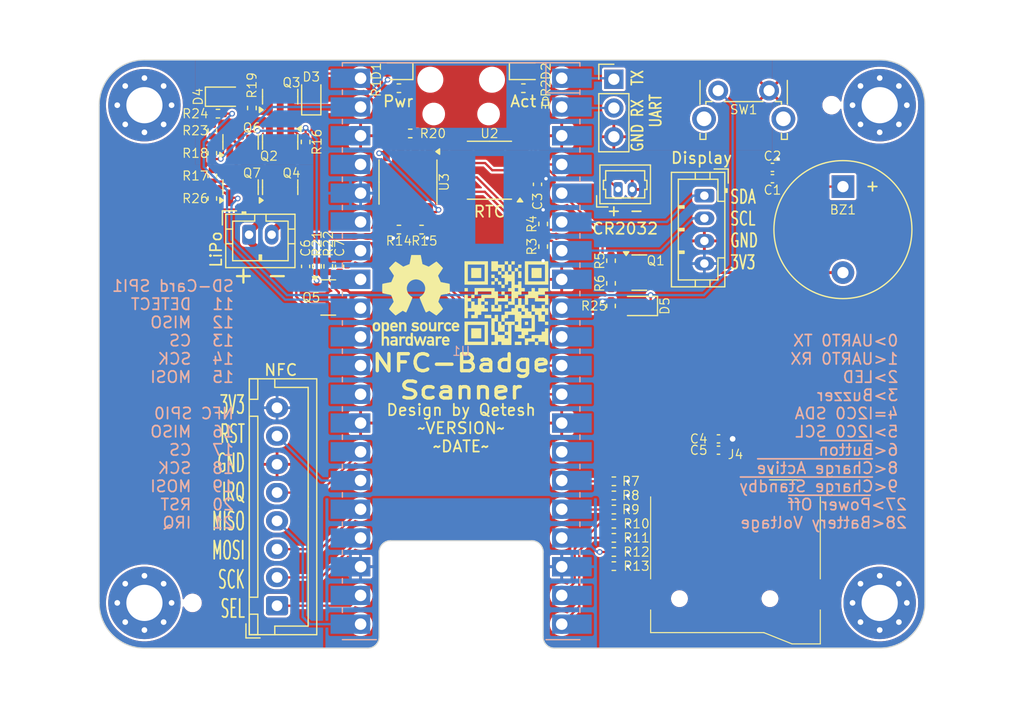
<source format=kicad_pcb>
(kicad_pcb (version 20240108) (generator "pcbnew") (generator_version "8.0")
  (title_block (title "NFC-Badge Scanner") (date "${DATE}") (rev "${VERSION}") (company "Qetesh"))
  (layers (0 "F.Cu" signal) (31 "B.Cu" signal) (34 "B.Paste" user) (35 "F.Paste" user) (36 "B.SilkS" user "B.Silkscreen") (37 "F.SilkS" user "F.Silkscreen") (38 "B.Mask" user) (39 "F.Mask" user) (44 "Edge.Cuts" user))
  (property "DATE" "~DATE~")
  (property "VERSION" "~VERSION~")
  (net 0 "")
  (net 1 "Net-(D1-K)")
  (net 2 "/RTC_VBAT")
  (net 3 "Net-(D2-K)")
  (net 4 "/LED")
  (net 5 "/Battery Management/Batt+")
  (net 6 "/Battery Management/Batt-")
  (net 7 "GND")
  (net 8 "/NFC_SCK")
  (net 9 "/NFC_MOSI")
  (net 10 "/NFC_MISO")
  (net 11 "/NFC_IRQ")
  (net 12 "/NFC_RST")
  (net 13 "+3V3")
  (net 14 "/SCL")
  (net 15 "/SDA")
  (net 16 "/Buzzer")
  (net 17 "VSYS")
  (net 19 "/SD_DET")
  (net 20 "/SD_CS")
  (net 22 "/SD_MISO")
  (net 23 "/SD_MOSI")
  (net 24 "/SD_SCK")
  (net 28 "/Battery Management/BattSwd")
  (net 29 "/SDCard/DAT2")
  (net 30 "/SDCard/DAT1")
  (net 31 "/UART0TX")
  (net 32 "/UART0RX")
  (net 33 "VBUS")
  (net 34 "/Battery Management/BattSw")
  (net 35 "/Battery Management/PROG")
  (net 36 "/~{ChargeActive}")
  (net 37 "/~{ChargeStdby}")
  (net 39 "/~{BattPwrOff}")
  (net 46 "/BZ-")
  (net 48 "/NFC_CS")
  (net 49 "/Battery Management/BattSwG")
  (net 50 "GNDA")
  (net 55 "Net-(D4-K)")
  (net 56 "/Battery Management/SW1")
  (net 57 "/BattVolt")
  (net 58 "Net-(Q1-G)")
  (net 59 "Net-(Q5-D)")
  (net 60 "/~{Button}")
  (footprint "Resistor_SMD:R_0402_1005Metric" (layer "F.Cu") (at 138.5 117.75 180)
    (property "Reference" "R12")
    (property "Value" "3k3")
  )
  (footprint "Resistor_SMD:R_0402_1005Metric" (layer "F.Cu") (at 103 80.5 90)
    (property "Reference" "R23")
    (property "Value" "10k")
  )
  (footprint "Resistor_SMD:R_0402_1005Metric" (layer "F.Cu") (at 138.25 96 -90)
    (property "Reference" "R25")
    (property "Value" "100k")
  )
  (footprint "Resistor_SMD:R_0402_1005Metric" (layer "F.Cu") (at 138.5 111.5 180)
    (property "Reference" "R7")
    (property "Value" "3k3")
  )
  (footprint "Button_Switch_THT:SW_Tactile_SPST_Angled_PTS645Vx58-2LFS" (layer "F.Cu") (at 147.725 76.9625)
    (property "Reference" "SW1")
    (property "Value" "Power")
  )
  (footprint "Resistor_SMD:R_0402_1005Metric" (layer "F.Cu") (at 103 86.5 90)
    (property "Reference" "R26")
    (property "Value" "100k")
  )
  (footprint "Capacitor_SMD:C_0402_1005Metric" (layer "F.Cu") (at 131.75 85.25 90)
    (property "Reference" "C3")
    (property "Value" "100n")
  )
  (footprint "Resistor_SMD:R_0402_1005Metric" (layer "F.Cu") (at 103 84.5 -90)
    (property "Reference" "R17")
    (property "Value" "1M")
  )
  (footprint "My_Footprints:qr_qete.sh-el_08" (layer "F.Cu") (at 129 95.75)
    (property "Reference" "G***" (hide yes))
    (property "Value" "LOGO" (hide yes))
  )
  (footprint "Package_TO_SOT_SMD:SOT-23" (layer "F.Cu") (at 105.5 81.5 90)
    (property "Reference" "Q6")
    (property "Value" "AO3400A")
  )
  (footprint "Symbol:OSHW-Logo_7.5x8mm_SilkScreen" (layer "F.Cu") (at 121 95.5)
    (property "Reference" "REF**" (hide yes))
    (property "Value" "OSHW-Logo_7.5x8mm_SilkScreen" (hide yes))
  )
  (footprint "Resistor_SMD:R_0402_1005Metric" (layer "F.Cu") (at 138.5 114 180)
    (property "Reference" "R9")
    (property "Value" "3k3")
  )
  (footprint "Package_SO:SOIC-8_3.9x4.9mm_P1.27mm" (layer "F.Cu") (at 127.5 84 180)
    (property "Reference" "U2")
    (property "Value" "DS3231MZ")
  )
  (footprint "Resistor_SMD:R_0402_1005Metric" (layer "F.Cu") (at 138.5 116.5 180)
    (property "Reference" "R11")
    (property "Value" "3k3")
  )
  (footprint "Package_TO_SOT_SMD:SOT-23" (layer "F.Cu") (at 109 77.5 90)
    (property "Reference" "Q3")
    (property "Value" "AO3401A")
  )
  (footprint "Connector_JST:JST_XH_B8B-XH-A_1x08_P2.50mm_Vertical" (layer "F.Cu") (at 108.725 122.5 90)
    (property "Reference" "J1" (hide yes))
    (property "Value" "NFC-Module")
  )
  (footprint "Package_TO_SOT_SMD:SOT-23" (layer "F.Cu") (at 109 81.5 -90)
    (property "Reference" "Q2")
    (property "Value" "AO3401A")
  )
  (footprint "Capacitor_SMD:C_0402_1005Metric" (layer "F.Cu") (at 152.52 84.75)
    (property "Reference" "C1")
    (property "Value" "100n")
  )
  (footprint "Diode_SMD:D_SOD-323" (layer "F.Cu") (at 111.75 77.5 90)
    (property "Reference" "D3")
    (property "Value" "1N5819WS")
  )
  (footprint "My_Footprints:JLCPCB_Tooling_Hole" (layer "F.Cu") (at 157.75 78.25)
    (property "Reference" "REF**" (hide yes))
    (property "Value" "JLCPCB_Tooling_Hole")
  )
  (footprint "Resistor_SMD:R_0402_1005Metric" (layer "F.Cu") (at 138.25 94 -90)
    (property "Reference" "R6")
    (property "Value" "100k")
  )
  (footprint "Resistor_SMD:R_0402_1005Metric" (layer "F.Cu") (at 103.5 79)
    (property "Reference" "R24")
    (property "Value" "10k")
  )
  (footprint "Connector_JST:JST_PH_B4B-PH-K_1x04_P2.00mm_Vertical" (layer "F.Cu") (at 146.5 86.25 -90)
    (property "Reference" "J3" (hide yes))
    (property "Value" "I2C")
  )
  (footprint "Capacitor_SMD:C_0402_1005Metric" (layer "F.Cu") (at 152.52 83.75)
    (property "Reference" "C2")
    (property "Value" "10u")
  )
  (footprint "Resistor_SMD:R_0402_1005Metric" (layer "F.Cu") (at 119.5 76.75 180)
    (property "Reference" "R1")
    (property "Value" "1k5")
  )
  (footprint "MountingHole:MountingHole_3.2mm_M3_Pad_Via" (layer "F.Cu") (at 97 78.25)
    (property "Reference" "REF**" (hide yes))
    (property "Value" "MountingHole_3.2mm_M3_Pad_Via")
  )
  (footprint "Package_SO:HSOP-8-1EP_3.9x4.9mm_P1.27mm_EP2.41x3.1mm" (layer "F.Cu") (at 120.3 85.05 -90)
    (property "Reference" "U3")
    (property "Value" "TP4056")
  )
  (footprint "Resistor_SMD:R_0402_1005Metric" (layer "F.Cu") (at 112.25 92.5 90)
    (property "Reference" "R21")
    (property "Value" "1M")
  )
  (footprint "Resistor_SMD:R_0402_1005Metric" (layer "F.Cu") (at 138.5 112.75 180)
    (property "Reference" "R8")
    (property "Value" "3k3")
  )
  (footprint "Connector_Molex:Molex_PicoBlade_53047-0210_1x02_P1.25mm_Vertical" (layer "F.Cu") (at 138.875 85.7)
    (property "Reference" "BT1" (hide yes))
    (property "Value" "Battery_Cell")
  )
  (footprint "MountingHole:MountingHole_3.2mm_M3_Pad_Via" (layer "F.Cu") (at 162 122.25)
    (property "Reference" "REF**" (hide yes))
    (property "Value" "MountingHole_3.2mm_M3_Pad_Via")
  )
  (footprint "LED_SMD:LED_0603_1608Metric" (layer "F.Cu") (at 119.25 75.25 180)
    (property "Reference" "D1")
    (property "Value" "Power")
  )
  (footprint "Resistor_SMD:R_0402_1005Metric" (layer "F.Cu") (at 132.25 90.75 -90)
    (property "Reference" "R3")
    (property "Value" "2k2")
  )
  (footprint "Resistor_SMD:R_0402_1005Metric" (layer "F.Cu") (at 106.5 78.5 90)
    (property "Reference" "R19")
    (property "Value" "100k")
  )
  (footprint "Diode_SMD:D_SOD-323" (layer "F.Cu") (at 104 77.5)
    (property "Reference" "D4")
    (property "Value" "MM3Z3V0")
  )
  (footprint "Connector_JST:JST_PH_B2B-PH-K_1x02_P2.00mm_Vertical" (layer "F.Cu") (at 106.25 89.7)
    (property "Reference" "BT2" (hide yes))
    (property "Value" "18650")
  )
  (footprint "Capacitor_SMD:C_0402_1005Metric" (layer "F.Cu") (at 114.25 92.5 -90)
    (property "Reference" "C7")
    (property "Value" "100n")
  )
  (footprint "Connector_PinHeader_2.54mm:PinHeader_1x03_P2.54mm_Vertical" (layer "F.Cu") (at 138.5 75.96)
    (property "Reference" "J2" (hide yes))
    (property "Value" "Serial")
  )
  (footprint "Resistor_SMD:R_0402_1005Metric" (layer "F.Cu") (at 138.25 92 90)
    (property "Reference" "R5")
    (property "Value" "100R")
  )
  (footprint "Resistor_SMD:R_0402_1005Metric" (layer "F.Cu") (at 138.5 119 180)
    (property "Reference" "R13")
    (property "Value" "3k3")
  )
  (footprint "Buzzer_Beeper:Buzzer_12x9.5RM7.6" (layer "F.Cu") (at 158.75 85.45 -90)
    (property "Reference" "BZ1")
    (property "Value" "Buzzer")
  )
  (footprint "Resistor_SMD:R_0402_1005Metric" (layer "F.Cu") (at 138.5 115.25 180)
    (property "Reference" "R10")
    (property "Value" "3k3")
  )
  (footprint "Resistor_SMD:R_0402_1005Metric" (layer "F.Cu") (at 132.25 88.75 90)
    (property "Reference" "R4")
    (property "Value" "2k2")
  )
  (footprint "Package_TO_SOT_SMD:SOT-23" (layer "F.Cu") (at 140.75 93.05)
    (property "Reference" "Q1")
    (property "Value" "AO3400A")
  )
  (footprint "My_Footprints:TF_PUSH_Micro-SD-Connector" (layer "F.Cu") (at 149.25 121.875)
    (property "Reference" "J4")
    (property "Value" "Micro_SD_Card_Det1")
  )
  (footprint "MountingHole:MountingHole_3.2mm_M3_Pad_Via" (layer "F.Cu") (at 97 122.25)
    (property "Reference" "REF**" (hide yes))
    (property "Value" "MountingHole_3.2mm_M3_Pad_Via")
  )
  (footprint "Resistor_SMD:R_0402_1005Metric" (layer "F.Cu") (at 119.5 89.25)
    (property "Reference" "R14")
    (property "Value" "10k")
  )
  (footprint "Resistor_SMD:R_0402_1005Metric" (layer "F.Cu") (at 120.5 80.75 180)
    (property "Reference" "R20")
    (property "Value" "2k")
  )
  (footprint "Resistor_SMD:R_0402_1005Metric" (layer "F.Cu") (at 130.5 76.75)
    (property "Reference" "R2")
    (property "Value" "680R")
  )
  (footprint "Resistor_SMD:R_0402_1005Metric" (layer "F.Cu") (at 111.25 81.5 90)
    (property "Reference" "R16")
    (property "Value" "1M")
  )
  (footprint "Capacitor_SMD:C_0402_1005Metric" (layer "F.Cu") (at 111.25 92.5 -90)
    (property "Reference" "C6")
    (property "Value" "10u")
  )
  (footprint "Package_TO_SOT_SMD:SOT-23" (layer "F.Cu") (at 105.5 85.5 90)
    (property "Reference" "Q7")
    (property "Value" "AO3401A")
  )
  (footprint "Capacitor_SMD:C_0402_1005Metric" (layer "F.Cu") (at 147.75 107.75)
    (property "Reference" "C4")
    (property "Value" "10u")
  )
  (footprint "Resistor_SMD:R_0402_1005Metric" (layer "F.Cu") (at 113.25 92.5 -90)
    (property "Reference" "R22")
    (property "Value" "1M")
  )
  (footprint "LED_SMD:LED_0603_1608Metric" (layer "F.Cu") (at 130.75 75.25)
    (property "Reference" "D2")
    (property "Value" "Activity")
  )
  (footprint "MountingHole:MountingHole_3.2mm_M3_Pad_Via" (layer "F.Cu") (at 162 78.25)
    (property "Reference" "REF**" (hide yes))
    (property "Value" "MountingHole_3.2mm_M3_Pad_Via")
  )
  (footprint "Package_TO_SOT_SMD:SOT-23" (layer "F.Cu") (at 113.25 95.25)
    (property "Reference" "Q5")
    (property "Value" "AO3401A")
  )
  (footprint "Package_TO_SOT_SMD:SOT-23" (layer "F.Cu") (at 109 85.5 90)
    (property "Reference" "Q4")
    (property "Value" "AO3400A")
  )
  (footprint "Resistor_SMD:R_0402_1005Metric" (layer "F.Cu") (at 121.5 89.25 180)
    (property "Reference" "R15")
    (property "Value" "10k")
  )
  (footprint "Diode_SMD:D_SOD-323" (layer "F.Cu") (at 140.75 96 180)
    (property "Reference" "D5")
    (property "Value" "1N5819WS")
  )
  (footprint "My_Footprints:JLCPCB_Tooling_Hole" (layer "F.Cu") (at 101.25 122.25)
    (property "Reference" "REF**" (hide yes))
    (property "Value" "JLCPCB_Tooling_Hole")
  )
  (footprint "Capacitor_SMD:C_0402_1005Metric" (layer "F.Cu") (at 147.75 108.75)
    (property "Reference" "C5")
    (property "Value" "100n")
  )
  (footprint "Resistor_SMD:R_0402_1005Metric" (layer "F.Cu") (at 103 82.5 90)
    (property "Reference" "R18")
    (property "Value" "100k")
  )
  (footprint "Badge-Scanner:RPi_PicoW_SMD_TH_NoSilkscreenText" (layer "B.Cu") (at 125 100 180)
    (property "Reference" "U1")
    (property "Value" "Pico W")
  )
  (gr_rect (start 132.2 77.775) (end 132.7 78.275) (stroke (width 0.1)) (fill none) (layer "F.SilkS"))
  (gr_arc (start 132.2 77.775) (mid 132.45 77.525) (end 132.7 77.775) (stroke (width 0.1)) (layer "F.SilkS"))
  (gr_line (start 132.45 78.275) (end 132.45 78.525) (stroke (width 0.1)) (layer "F.SilkS"))
  (gr_line (start 132.125 77.975) (end 132.125 78.525) (stroke (width 0.1)) (layer "F.SilkS"))
  (gr_line (start 132.775 77.975) (end 132.775 78.525) (stroke (width 0.1)) (layer "F.SilkS"))
  (gr_line (start 97 74.25) (end 162 74.25) (stroke (width 0.1)) (layer "Edge.Cuts"))
  (gr_arc (start 93 78.25) (mid 94.171573 75.421573) (end 97 74.25) (stroke (width 0.1)) (layer "Edge.Cuts"))
  (gr_arc (start 131.25 116.75) (mid 131.957107 117.042893) (end 132.25 117.75) (stroke (width 0.1)) (layer "Edge.Cuts"))
  (gr_arc (start 166 122.25) (mid 164.828427 125.078427) (end 162 126.25) (stroke (width 0.1)) (layer "Edge.Cuts"))
  (gr_line (start 93 78.25) (end 93 122.25) (stroke (width 0.1)) (layer "Edge.Cuts"))
  (gr_line (start 132.25 125.25) (end 132.25 117.75) (stroke (width 0.1)) (layer "Edge.Cuts"))
  (gr_line (start 166 122.25) (end 166 78.25) (stroke (width 0.1)) (layer "Edge.Cuts"))
  (gr_line (start 131.25 116.75) (end 118.75 116.75) (stroke (width 0.1)) (layer "Edge.Cuts"))
  (gr_arc (start 97 126.25) (mid 94.171573 125.078427) (end 93 122.25) (stroke (width 0.1)) (layer "Edge.Cuts"))
  (gr_arc (start 162 74.25) (mid 164.828427 75.421573) (end 166 78.25) (stroke (width 0.1)) (layer "Edge.Cuts"))
  (gr_line (start 97 126.25) (end 116.75 126.25) (stroke (width 0.1)) (layer "Edge.Cuts"))
  (gr_arc (start 117.75 125.25) (mid 117.457107 125.957107) (end 116.75 126.25) (stroke (width 0.1)) (layer "Edge.Cuts"))
  (gr_line (start 117.75 117.75) (end 117.75 125.25) (stroke (width 0.1)) (layer "Edge.Cuts"))
  (gr_arc (start 117.75 117.75) (mid 118.042893 117.042893) (end 118.75 116.75) (stroke (width 0.1)) (layer "Edge.Cuts"))
  (gr_arc (start 133.25 126.25) (mid 132.542893 125.957107) (end 132.25 125.25) (stroke (width 0.1)) (layer "Edge.Cuts"))
  (gr_line (start 133.25 126.25) (end 162 126.25) (stroke (width 0.1)) (layer "Edge.Cuts"))
  (gr_text " 0>UART0 TX\n 1<UART0 RX\n 2>LED\n 3>Buzzer\n 4=I2C0 SDA\n 5>I2C0 SCL\n 6<~{Button}\n 8<~{Charge Active}\n 9<~{Charge Standby}\n27>~{Power Off}\n28<Battery Voltage	" (at 164.5 115.75 0) (layer "B.SilkS") (effects (font (size 1 1)) (justify left bottom mirror)))
  (gr_text "SD-Card SPI1\n11	DETECT\n12	MISO\n13	CS\n14	SCK\n15	MOSI\n\nNFC SPI0\n16	MISO\n17	CS\n18	SCK\n19	MOSI\n20	RST\n21	IRQ" (at 105 115.75 0) (layer "B.SilkS") (effects (font (size 1 1)) (justify left bottom mirror)))
  (gr_text "Display" (at 146.25 83.5 0) (layer "F.SilkS") (effects (font (size 1 1)) (justify bottom)))
  (gr_text "Pwr" (at 118 78.5 0) (layer "F.SilkS") (effects (font (size 1 1)) (justify left bottom)))
  (gr_text "RTC" (at 127.5 88.25 0) (layer "F.SilkS") (effects (font (size 1 1)) (justify bottom)))
  (gr_text "SDA\nSCL\nGND\n3V3" (at 148.7 89.25 0) (layer "F.SilkS") (effects (font (size 1.2 0.8)) (justify left)))
  (gr_text "NFC" (at 107.5 102.25 0) (layer "F.SilkS") (effects (font (size 1 1)) (justify left bottom)))
  (gr_text "3V3\nRST\nGND\nIRQ\nMISO\nMOSI\nSCK\nSEL" (at 105.975 113.75 0) (layer "F.SilkS") (effects (font (size 1.6 0.8)) (justify right)))
  (gr_text "+ -" (at 107.25 93.25 0) (layer "F.SilkS") (effects (font (size 1.5 1.5) (thickness 0.2))))
  (gr_text "Design by Qetesh\n${VERSION}\n${DATE}" (at 125 109 0) (layer "F.SilkS") (effects (font (size 1 1)) (justify bottom)))
  (gr_text "Act" (at 129.25 78.5 0) (layer "F.SilkS") (effects (font (size 1 1)) (justify left bottom)))
  (gr_text "+ -\nCR2032" (at 139.5 89.75 0) (layer "F.SilkS") (effects (font (size 1 1)) (justify bottom)))
  (gr_text "GND RX  TX\nUART\n" (at 140 78.75 90) (layer "F.SilkS") (effects (font (size 1 0.8)) (justify top)))
  (gr_text "LiPo" (at 102.75 91 90) (layer "F.SilkS") (effects (font (size 1 1)) (justify top)))
  (gr_text "NFC-Badge\nScanner" (at 125 102.25 0) (layer "F.SilkS") (effects (font (size 1.5 1.8) (thickness 0.3) (bold yes))))
  (segment (start 120.01 76.75) (end 120.01 75.2775) (width 0.2) (layer "F.Cu") (net 1))
  (segment (start 120.01 75.2775) (end 120.0375 75.25) (width 0.2) (layer "F.Cu") (net 1))
  (segment (start 127.115 83.365) (end 127.75 84) (width 0.2) (layer "F.Cu") (net 2))
  (segment (start 132.773654 84) (end 133.653654 84.88) (width 0.2) (layer "F.Cu") (net 2))
  (segment (start 127.75 84) (end 132.773654 84) (width 0.2) (layer "F.Cu") (net 2))
  (segment (start 133.653654 84.88) (end 138.055 84.88) (width 0.2) (layer "F.Cu") (net 2))
  (segment (start 138.055 84.88) (end 138.875 85.7) (width 0.2) (layer "F.Cu") (net 2))
  (segment (start 125.025 83.365) (end 127.115 83.365) (width 0.2) (layer "F.Cu") (net 2))
  (segment (start 129.99 76.75) (end 129.99 75.2775) (width 0.2) (layer "F.Cu") (net 3))
  (segment (start 129.99 75.2775) (end 129.9625 75.25) (width 0.2) (layer "F.Cu") (net 3))
  (segment (start 131.58 75.2925) (end 131.58 82.33) (width 0.2) (layer "F.Cu") (net 4))
  (segment (start 131.5375 75.25) (end 131.58 75.2925) (width 0.2) (layer "F.Cu") (net 4))
  (segment (start 131.58 82.33) (end 132.74 83.49) (width 0.2) (layer "F.Cu") (net 4))
  (segment (start 132.74 83.49) (end 133.89 83.49) (width 0.2) (layer "F.Cu") (net 4))
  (segment (start 108.28 91.075) (end 107.075 91.075) (width 0.6) (layer "F.Cu") (net 5))
  (segment (start 115.56 89.84) (end 111.25 89.84) (width 0.6) (layer "F.Cu") (net 5))
  (segment (start 108.05 86.75) (end 108.05 86.4375) (width 0.4) (layer "F.Cu") (net 5))
  (segment (start 111.25 89.84) (end 109.95 89.84) (width 0.6) (layer "F.Cu") (net 5))
  (segment (start 105.4125 87.475) (end 106.45 86.4375) (width 0.2) (layer "F.Cu") (net 5))
  (segment (start 111.25 82.01) (end 111.25 82.5) (width 0.2) (layer "F.Cu") (net 5))
  (segment (start 115.56 89.84) (end 116.73 89.84) (width 0.44) (layer "F.Cu") (net 5))
  (segment (start 103.1 87.01) (end 103.565 87.475) (width 0.2) (layer "F.Cu") (net 5))
  (segment (start 103.565 87.475) (end 105.4125 87.475) (width 0.2) (layer "F.Cu") (net 5))
  (segment (start 106.25 89.5) (end 108.05 87.7) (width 0.6) (layer "F.Cu") (net 5))
  (segment (start 110.425 95.175) (end 110.425 92.845) (width 0.2) (layer "F.Cu") (net 5))
  (segment (start 116.73 89.84) (end 116.74 89.85) (width 0.44) (layer "F.Cu") (net 5))
  (segment (start 111.25 82.5) (end 110.25 83.5) (width 0.2) (layer "F.Cu") (net 5))
  (segment (start 108.715 91.075) (end 108.28 91.075) (width 0.6) (layer "F.Cu") (net 5))
  (segment (start 107.075 91.075) (end 106.25 90.25) (width 0.6) (layer "F.Cu") (net 5))
  (segment (start 108.05 86.4375) (end 106.45 86.4375) (width 0.2) (layer "F.Cu") (net 5))
  (segment (start 106.25 90.25) (end 106.25 89.5) (width 0.6) (layer "F.Cu") (net 5))
  (segment (start 112.3125 96.2) (end 111.45 96.2) (width 0.2) (layer "F.Cu") (net 5))
  (segment (start 111.45 96.2) (end 110.425 95.175) (width 0.2) (layer "F.Cu") (net 5))
  (segment (start 108.05 83.5) (end 108.05 80.5625) (width 0.6) (layer "F.Cu") (net 5))
  (segment (start 116.74 89.85) (end 117.15 89.85) (width 0.6) (layer "F.Cu") (net 5))
  (segment (start 118.395 88.605) (end 118.395 87.7) (width 0.6) (layer "F.Cu") (net 5))
  (segment (start 108.05 86.4375) (end 108.05 83.5) (width 0.6) (layer "F.Cu") (net 5))
  (segment (start 108.05 87.7) (end 108.05 86.75) (width 0.6) (layer "F.Cu") (net 5))
  (segment (start 110.25 83.5) (end 108.05 83.5) (width 0.2) (layer "F.Cu") (net 5))
  (segment (start 109.95 89.84) (end 108.715 91.075) (width 0.6) (layer "F.Cu") (net 5))
  (segment (start 117.15 89.85) (end 118.395 88.605) (width 0.6) (layer "F.Cu") (net 5))
  (segment (start 110.425 92.845) (end 111.25 92.02) (width 0.2) (layer "F.Cu") (net 5))
  (segment (start 111.25 92.02) (end 111.25 89.84) (width 0.2) (layer "F.Cu") (net 5))
  (segment (start 109 84.5625) (end 109 88.75) (width 0.6) (layer "F.Cu") (net 6))
  (segment (start 109 88.75) (end 108.25 89.5) (width 0.6) (layer "F.Cu") (net 6))
  (segment (start 108.25 89.5) (end 108.25 89.7) (width 0.6) (layer "F.Cu") (net 6))
  (segment (start 112.62 120) (end 116.11 116.51) (width 0.2) (layer "F.Cu") (net 8))
  (segment (start 108.725 120) (end 112.62 120) (width 0.2) (layer "F.Cu") (net 8))
  (segment (start 108.725 117.5) (end 112.58 117.5) (width 0.2) (layer "F.Cu") (net 9))
  (segment (start 112.58 117.5) (end 116.11 113.97) (width 0.2) (layer "F.Cu") (net 9))
  (segment (start 111.63 124.13) (end 116.11 124.13) (width 0.2) (layer "B.Cu") (net 10))
  (segment (start 111 123.5) (end 111.63 124.13) (width 0.2) (layer "B.Cu") (net 10))
  (segment (start 108.725 115) (end 111 117.275) (width 0.2) (layer "B.Cu") (net 10))
  (segment (start 111 117.275) (end 111 123.5) (width 0.2) (layer "B.Cu") (net 10))
  (segment (start 108.725 112.5) (end 112.5 112.5) (width 0.2) (layer "F.Cu") (net 11))
  (segment (start 112.5 112.5) (end 116.11 108.89) (width 0.2) (layer "F.Cu") (net 11))
  (segment (start 108.725 107.5) (end 112.655 111.43) (width 0.2) (layer "B.Cu") (net 12))
  (segment (start 112.655 111.43) (end 116.11 111.43) (width 0.2) (layer "B.Cu") (net 12))
  (segment (start 122.01 89.99) (end 122.01 89.25) (width 0.2) (layer "F.Cu") (net 13))
  (segment (start 119 90) (end 118.99 89.99) (width 0.2) (layer "F.Cu") (net 13))
  (segment (start 118.99 89.99) (end 118.99 89.25) (width 0.2) (layer "F.Cu") (net 13))
  (segment (start 153 83.02) (end 153.02 83) (width 0.25) (layer "F.Cu") (net 13))
  (segment (start 139.01 119) (end 139.75 119) (width 0.2) (layer "F.Cu") (net 13))
  (segment (start 122 90) (end 122.01 89.99) (width 0.2) (layer "F.Cu") (net 13))
  (segment (start 132.25 88.24) (end 132.25 87.5) (width 0.2) (layer "F.Cu") (net 13))
  (segment (start 158.75 85.45) (end 153.7 85.45) (width 0.2) (layer "F.Cu") (net 13))
  (segment (start 139.01 117.75) (end 139.75 117.75) (width 0.2) (layer "F.Cu") (net 13))
  (segment (start 132.25 91.26) (end 132.25 92) (width 0.2) (layer "F.Cu") (net 13))
  (segment (start 148.23 108.75) (end 148.23 107.75) (width 0.5) (layer "F.Cu") (net 13))
  (segment (start 139.01 114) (end 139.75 114) (width 0.2) (layer "F.Cu") (net 13))
  (segment (start 139.01 116.5) (end 139.75 116.5) (width 0.2) (layer "F.Cu") (net 13))
  (segment (start 137.5 95.59) (end 137.6 95.49) (width 0.2) (layer "F.Cu") (net 13))
  (segment (start 148.2 108.78) (end 148.23 108.75) (width 0.5) (layer "F.Cu") (net 13))
  (segment (start 132.48 84.77) (end 132.5 84.75) (width 0.25) (layer "F.Cu") (net 13))
  (segment (start 131.75 84.77) (end 132.48 84.77) (width 0.25) (layer "F.Cu") (net 13))
  (segment (start 137.6 95.49) (end 138.25 95.49) (width 0.2) (layer "F.Cu") (net 13))
  (segment (start 139.01 115.25) (end 139.75 115.25) (width 0.2) (layer "F.Cu") (net 13))
  (segment (start 153 83.75) (end 153 83.02) (width 0.25) (layer "F.Cu") (net 13))
  (segment (start 148.23 107.75) (end 149 107.75) (width 0.5) (layer "F.Cu") (net 13))
  (segment (start 130.11 84.77) (end 129.975 84.635) (width 0.25) (layer "F.Cu") (net 13))
  (segment (start 139.01 111.5) (end 139.75 111.5) (width 0.2) (layer "F.Cu") (net 13))
  (segment (start 153 84.75) (end 153 83.75) (width 0.25) (layer "F.Cu") (net 13))
  (segment (start 131.75 84.77) (end 130.11 84.77) (width 0.25) (layer "F.Cu") (net 13))
  (segment (start 148.2 110.875) (end 148.2 108.78) (width 0.5) (layer "F.Cu") (net 13))
  (segment (start 139.01 112.75) (end 139.75 112.75) (width 0.2) (layer "F.Cu") (net 13))
  (segment (start 153.7 85.45) (end 153 84.75) (width 0.2) (layer "F.Cu") (net 13))
  (via (at 139.75 117.75) (size 0.5) (drill 0.3) (layers "F.Cu" "B.Cu") (net 13))
  (via (at 153.02 83) (size 0.5) (drill 0.3) (layers "F.Cu" "B.Cu") (net 13))
  (via (at 139.75 112.75) (size 0.5) (drill 0.3) (layers "F.Cu" "B.Cu") (net 13))
  (via (at 132.25 87.5) (size 0.5) (drill 0.3) (layers "F.Cu" "B.Cu") (net 13))
  (via (at 137.5 95.59) (size 0.5) (drill 0.3) (layers "F.Cu" "B.Cu") (net 13))
  (via (at 139.75 119) (size 0.5) (drill 0.3) (layers "F.Cu" "B.Cu") (net 13))
  (via (at 149 107.75) (size 0.8) (drill 0.5) (layers "F.Cu" "B.Cu") (net 13))
  (via (at 139.75 115.25) (size 0.5) (drill 0.3) (layers "F.Cu" "B.Cu") (net 13))
  (via (at 139.75 111.5) (size 0.5) (drill 0.3) (layers "F.Cu" "B.Cu") (net 13))
  (via (at 122 90) (size 0.5) (drill 0.3) (layers "F.Cu" "B.Cu") (net 13))
  (via (at 139.75 114) (size 0.5) (drill 0.3) (layers "F.Cu" "B.Cu") (net 13))
  (via (at 139.75 116.5) (size 0.5) (drill 0.3) (layers "F.Cu" "B.Cu") (net 13))
  (via (at 132.25 92) (size 0.5) (drill 0.3) (layers "F.Cu" "B.Cu") (net 13))
  (via (at 119 90) (size 0.5) (drill 0.3) (layers "F.Cu" "B.Cu") (net 13))
  (via (at 132.5 84.75) (size 0.5) (drill 0.3) (layers "F.Cu" "B.Cu") (net 13))
  (segment (start 132.25 90.24) (end 133.02 90.24) (width 0.2) (layer "F.Cu") (net 14))
  (segment (start 125.025 85.905) (end 127.089314 85.905) (width 0.2) (layer "F.Cu") (net 14))
  (segment (start 133.02 90.24) (end 133.89 91.11) (width 0.2) (layer "F.Cu") (net 14))
  (segment (start 131.424314 90.24) (end 132.25 90.24) (width 0.2) (layer "F.Cu") (net 14))
  (segment (start 127.089314 85.905) (end 131.424314 90.24) (width 0.2) (layer "F.Cu") (net 14))
  (segment (start 133.89 91.11) (end 142.64 91.11) (width 0.2) (layer "B.Cu") (net 14))
  (segment (start 145.5 88.25) (end 146.5 88.25) (width 0.2) (layer "B.Cu") (net 14))
  (segment (start 142.64 91.11) (end 145.5 88.25) (width 0.2) (layer "B.Cu") (net 14))
  (segment (start 131.01 89.26) (end 126.385 84.635) (width 0.2) (layer "F.Cu") (net 15))
  (segment (start 132.25 89.26) (end 131.01 89.26) (width 0.2) (layer "F.Cu") (net 15))
  (segment (start 132.25 89.26) (end 133.2 89.26) (width 0.2) (layer "F.Cu") (net 15))
  (segment (start 126.385 84.635) (end 125.025 84.635) (width 0.2) (layer "F.Cu") (net 15))
  (segment (start 133.2 89.26) (end 133.89 88.57) (width 0.2) (layer "F.Cu") (net 15))
  (segment (start 145.5 86.25) (end 146.5 86.25) (width 0.2) (layer "B.Cu") (net 15))
  (segment (start 143.18 88.57) (end 145.5 86.25) (width 0.2) (layer "B.Cu") (net 15))
  (segment (start 133.89 88.57) (end 143.18 88.57) (width 0.2) (layer "B.Cu") (net 15))
  (segment (start 137.5 92.25) (end 137.5 89.64) (width 0.2) (layer "F.Cu") (net 16))
  (segment (start 138.25 92.51) (end 137.76 92.51) (width 0.2) (layer "F.Cu") (net 16))
  (segment (start 137.5 89.64) (end 133.89 86.03) (width 0.2) (layer "F.Cu") (net 16))
  (segment (start 138.25 93.49) (end 138.25 92.51) (width 0.2) (layer "F.Cu") (net 16))
  (segment (start 137.76 92.51) (end 137.5 92.25) (width 0.2) (layer "F.Cu") (net 16))
  (segment (start 103.74 83.01) (end 103.75 83) (width 0.2) (layer "F.Cu") (net 17))
  (segment (start 109.9625 78.45) (end 116.07 78.45) (width 0.6) (layer "F.Cu") (net 17))
  (segment (start 118.4625 75.25) (end 118.4625 75.9625) (width 0.2) (layer "F.Cu") (net 17))
  (segment (start 118.4625 75.9625) (end 118.5 76) (width 0.2) (layer "F.Cu") (net 17))
  (segment (start 103 83.01) (end 103.74 83.01) (width 0.2) (layer "F.Cu") (net 17))
  (segment (start 116.07 78.45) (end 116.11 78.41) (width 0.6) (layer "F.Cu") (net 17))
  (segment (start 103 83.01) (end 103 83.99) (width 0.2) (layer "F.Cu") (net 17))
  (segment (start 109.95 78.4375) (end 109.9625 78.45) (width 0.6) (layer "F.Cu") (net 17))
  (via (at 118.5 76) (size 0.5) (drill 0.3) (layers "F.Cu" "B.Cu") (net 17))
  (via (at 103.75 83) (size 0.5) (drill 0.3) (layers "F.Cu" "B.Cu") (net 17))
  (segment (start 108.34 78.41) (end 116.11 78.41) (width 0.2) (layer "B.Cu") (net 17))
  (segment (start 103.75 83) (end 108.34 78.41) (width 0.2) (layer "B.Cu") (net 17))
  (segment (start 118.5 76) (end 118.5 76.02) (width 0.2) (layer "B.Cu") (net 17))
  (segment (start 118.5 76.02) (end 116.11 78.41) (width 0.2) (layer "B.Cu") (net 17))
  (segment (start 140.037706 112.12) (end 140.842706 112.925) (width 0.2) (layer "F.Cu") (net 19))
  (segment (start 137.99 111.5) (end 133.96 111.5) (width 0.2) (layer "F.Cu") (net 19))
  (segment (start 133.96 111.5) (end 133.89 111.43) (width 0.2) (layer "F.Cu") (net 19))
  (segment (start 142.157294 112.925) (end 142.7 112.382294) (width 0.2) (layer "F.Cu") (net 19))
  (segment (start 142.7 112.382294) (end 142.7 110.875) (width 0.2) (layer "F.Cu") (net 19))
  (segment (start 140.842706 112.925) (end 142.157294 112.925) (width 0.2) (layer "F.Cu") (net 19))
  (segment (start 137.99 111.5) (end 138.61 112.12) (width 0.2) (layer "F.Cu") (net 19))
  (segment (start 138.61 112.12) (end 140.037706 112.12) (width 0.2) (layer "F.Cu") (net 19))
  (segment (start 144.314314 118.37) (end 150.4 112.284314) (width 0.2) (layer "F.Cu") (net 20))
  (segment (start 137.99 117.75) (end 138.61 118.37) (width 0.2) (layer "F.Cu") (net 20))
  (segment (start 150.4 112.284314) (end 150.4 110.875) (width 0.2) (layer "F.Cu") (net 20))
  (segment (start 137.99 117.75) (end 137.25 117.75) (width 0.2) (layer "F.Cu") (net 20))
  (segment (start 138.61 118.37) (end 144.314314 118.37) (width 0.2) (layer "F.Cu") (net 20))
  (via (at 137.25 117.75) (size 0.5) (drill 0.3) (layers "F.Cu" "B.Cu") (net 20))
  (segment (start 135.76 116.51) (end 133.89 116.51) (width 0.2) (layer "B.Cu") (net 20))
  (segment (start 137.25 117.75) (end 137 117.75) (width 0.2) (layer "B.Cu") (net 20))
  (segment (start 137 117.75) (end 135.76 116.51) (width 0.2) (layer "B.Cu") (net 20))
  (segment (start 133.92 114) (end 133.89 113.97) (width 0.2) (layer "F.Cu") (net 22))
  (segment (start 137.99 114) (end 138.071076 114) (width 0.2) (layer "F.Cu") (net 22))
  (segment (start 137.99 114) (end 133.92 114) (width 0.2) (layer "F.Cu") (net 22))
  (segment (start 142.255 114.62) (end 144.9 111.975) (width 0.2) (layer "F.Cu") (net 22))
  (segment (start 144.9 111.975) (end 144.9 110.875) (width 0.2) (layer "F.Cu") (net 22))
  (segment (start 138.691076 114.62) (end 142.255 114.62) (width 0.2) (layer "F.Cu") (net 22))
  (segment (start 138.071076 114) (end 138.691076 114.62) (width 0.2) (layer "F.Cu") (net 22))
  (segment (start 137.99 116.5) (end 136.565686 116.5) (width 0.2) (layer "F.Cu") (net 23))
  (segment (start 149.3 112.818628) (end 149.3 110.875) (width 0.2) (layer "F.Cu") (net 23))
  (segment (start 138.61 117.12) (end 144.998628 117.12) (width 0.2) (layer "F.Cu") (net 23))
  (segment (start 135.44 117.625686) (end 135.44 122.58) (width 0.2) (layer "F.Cu") (net 23))
  (segment (start 144.998628 117.12) (end 149.3 112.818628) (width 0.2) (layer "F.Cu") (net 23))
  (segment (start 135.44 122.58) (end 133.89 124.13) (width 0.2) (layer "F.Cu") (net 23))
  (segment (start 136.565686 116.5) (end 135.44 117.625686) (width 0.2) (layer "F.Cu") (net 23))
  (segment (start 137.99 116.5) (end 138.61 117.12) (width 0.2) (layer "F.Cu") (net 23))
  (segment (start 137.25 115.25) (end 135.04 117.46) (width 0.2) (layer "F.Cu") (net 24))
  (segment (start 137.99 115.25) (end 137.25 115.25) (width 0.2) (layer "F.Cu") (net 24))
  (segment (start 147.1 111.9) (end 147.1 110.875) (width 0.2) (layer "F.Cu") (net 24))
  (segment (start 137.99 115.25) (end 138.61 115.87) (width 0.2) (layer "F.Cu") (net 24))
  (segment (start 143.13 115.87) (end 147.1 111.9) (width 0.2) (layer "F.Cu") (net 24))
  (segment (start 135.04 120.44) (end 133.89 121.59) (width 0.2) (layer "F.Cu") (net 24))
  (segment (start 138.61 115.87) (end 143.13 115.87) (width 0.2) (layer "F.Cu") (net 24))
  (segment (start 135.04 117.46) (end 135.04 120.44) (width 0.2) (layer "F.Cu") (net 24))
  (segment (start 109.1125 76.45) (end 109 76.5625) (width 0.2) (layer "F.Cu") (net 28))
  (segment (start 111.75 76.45) (end 109.1125 76.45) (width 0.6) (layer "F.Cu") (net 28))
  (segment (start 109 82.4375) (end 109 76.5625) (width 0.6) (layer "F.Cu") (net 28))
  (segment (start 143.63 119.62) (end 151.5 111.75) (width 0.2) (layer "F.Cu") (net 29))
  (segment (start 151.5 111.75) (end 151.5 110.875) (width 0.2) (layer "F.Cu") (net 29))
  (segment (start 138.61 119.62) (end 143.63 119.62) (width 0.2) (layer "F.Cu") (net 29))
  (segment (start 137.99 119) (end 138.61 119.62) (width 0.2) (layer "F.Cu") (net 29))
  (segment (start 142.939314 113.37) (end 143.8 112.509314) (width 0.2) (layer "F.Cu") (net 30))
  (segment (start 143.8 112.509314) (end 143.8 110.875) (width 0.2) (layer "F.Cu") (net 30))
  (segment (start 138.61 113.37) (end 142.939314 113.37) (width 0.2) (layer "F.Cu") (net 30))
  (segment (start 137.99 112.75) (end 138.61 113.37) (width 0.2) (layer "F.Cu") (net 30))
  (segment (start 133.89 75.87) (end 138.41 75.87) (width 0.2) (layer "B.Cu") (net 31))
  (segment (start 138.41 75.87) (end 138.5 75.96) (width 0.2) (layer "B.Cu") (net 31))
  (segment (start 135.25 78.5) (end 138.5 78.5) (width 0.2) (layer "B.Cu") (net 32))
  (segment (start 133.89 78.41) (end 135.16 78.41) (width 0.2) (layer "B.Cu") (net 32))
  (segment (start 135.16 78.41) (end 135.25 78.5) (width 0.2) (layer "B.Cu") (net 32))
  (segment (start 116.11 75.87) (end 118.395 78.155) (width 0.6) (layer "F.Cu") (net 33))
  (segment (start 115.69 75.45) (end 116.11 75.87) (width 0.2) (layer "F.Cu") (net 33))
  (segment (start 118.395 78.155) (end 118.395 81.25) (width 0.6) (layer "F.Cu") (net 33))
  (segment (start 122.8 87.7) (end 123 87.5) (width 0.2) (layer "F.Cu") (net 33))
  (segment (start 117.75 82.5) (end 117.85 82.4) (width 0.2) (layer "F.Cu") (net 33))
  (segment (start 122.205 87.7) (end 122.8 87.7) (width 0.2) (layer "F.Cu") (net 33))
  (segment (start 117.85 82.4) (end 118.395 82.4) (width 0.2) (layer "F.Cu") (net 33))
  (segment (start 106.5 79.01) (end 107.4775 79.01) (width 0.2) (layer "F.Cu") (net 33))
  (segment (start 118.395 81.25) (end 118.395 82.4) (width 0.6) (layer "F.Cu") (net 33))
  (segment (start 108.05 78.4375) (end 108.05 76.034448) (width 0.2) (layer "F.Cu") (net 33))
  (segment (start 108.05 76.034448) (end 108.653198 75.43125) (width 0.2) (layer "F.Cu") (net 33))
  (segment (start 107.4775 79.01) (end 108.05 78.4375) (width 0.2) (layer "F.Cu") (net 33))
  (segment (start 108.721948 75.45) (end 115.69 75.45) (width 0.2) (layer "F.Cu") (net 33))
  (via (at 117.75 82.5) (size 0.5) (drill 0.3) (layers "F.Cu" "B.Cu") (net 33))
  (via (at 123 87.5) (size 0.5) (drill 0.3) (layers "F.Cu" "B.Cu") (net 33))
  (segment (start 117.75 82.5) (end 118 82.5) (width 0.2) (layer "B.Cu") (net 33))
  (segment (start 118 82.5) (end 123 87.5) (width 0.2) (layer "B.Cu") (net 33))
  (segment (start 104.55 82.4375) (end 104.55 82.95) (width 0.2) (layer "F.Cu") (net 34))
  (segment (start 104.55 81.3) (end 104.55 82.4375) (width 0.2) (layer "F.Cu") (net 34))
  (segment (start 103.1 85.01) (end 104.39 85.01) (width 0.2) (layer "F.Cu") (net 34))
  (segment (start 104.8375 84.5625) (end 105.5 84.5625) (width 0.2) (layer "F.Cu") (net 34))
  (segment (start 103 81.01) (end 104.26 81.01) (width 0.2) (layer "F.Cu") (net 34))
  (segment (start 104.55 82.95) (end 105.5 83.9) (width 0.2) (layer "F.Cu") (net 34))
  (segment (start 104.26 81.01) (end 104.55 81.3) (width 0.2) (layer "F.Cu") (net 34))
  (segment (start 105.5 83.9) (end 105.5 84.5625) (width 0.2) (layer "F.Cu") (net 34))
  (segment (start 104.39 85.01) (end 104.8375 84.5625) (width 0.2) (layer "F.Cu") (net 34))
  (segment (start 120.935 82.4) (end 120.935 80.725) (width 0.2) (layer "F.Cu") (net 35))
  (segment (start 120.935 80.725) (end 121.01 80.65) (width 0.2) (layer "F.Cu") (net 35))
  (segment (start 120.99 89.25) (end 120.99 91.424314) (width 0.2) (layer "F.Cu") (net 36))
  (segment (start 120.935 89.195) (end 120.99 89.25) (width 0.2) (layer "F.Cu") (net 36))
  (segment (start 120.935 87.7) (end 120.935 89.195) (width 0.2) (layer "F.Cu") (net 36))
  (segment (start 120.99 91.424314) (end 130.835686 101.27) (width 0.2) (layer "F.Cu") (net 36))
  (segment (start 130.835686 101.27) (end 133.89 101.27) (width 0.2) (layer "F.Cu") (net 36))
  (segment (start 120.01 89.25) (end 120.01 91.01) (width 0.2) (layer "F.Cu") (net 37))
  (segment (start 132.81 103.81) (end 133.89 103.81) (width 0.2) (layer "F.Cu") (net 37))
  (segment (start 119.665 87.7) (end 119.665 88.905) (width 0.2) (layer "F.Cu") (net 37))
  (segment (start 120.01 91.01) (end 132.81 103.81) (width 0.2) (layer "F.Cu") (net 37))
  (segment (start 119.665 88.905) (end 120.01 89.25) (width 0.2) (layer "F.Cu") (net 37))
  (segment (start 104.01 79) (end 104.75 79) (width 0.2) (layer "F.Cu") (net 39))
  (segment (start 116.07 96.15) (end 116.11 96.19) (width 0.2) (layer "F.Cu") (net 39))
  (via (at 104.75 79) (size 0.5) (drill 0.3) (layers "F.Cu" "B.Cu") (net 39))
  (segment (start 102.25 81.5) (end 102.25 83.712182) (width 0.2) (layer "B.Cu") (net 39))
  (segment (start 104.3 85.762182) (end 104.3 90.3) (width 0.2) (layer "B.Cu") (net 39))
  (segment (start 115.36 95.44) (end 116.11 96.19) (width 0.2) (layer "B.Cu") (net 39))
  (segment (start 109.44 95.44) (end 115.36 95.44) (width 0.2) (layer "B.Cu") (net 39))
  (segment (start 104.3 90.3) (end 109.44 95.44) (width 0.2) (layer "B.Cu") (net 39))
  (segment (start 104.75 79) (end 102.25 81.5) (width 0.2) (layer "B.Cu") (net 39))
  (segment (start 102.25 83.712182) (end 104.3 85.762182) (width 0.2) (layer "B.Cu") (net 39))
  (segment (start 141.6875 93.05) (end 145.716852 93.05) (width 0.25) (layer "F.Cu") (net 46))
  (segment (start 145.716852 93.05) (end 145.841852 93.175) (width 0.25) (layer "F.Cu") (net 46))
  (segment (start 145.841852 93.175) (end 147.158148 93.175) (width 0.25) (layer "F.Cu") (net 46))
  (segment (start 147.158148 93.175) (end 147.283148 93.05) (width 0.25) (layer "F.Cu") (net 46))
  (segment (start 147.283148 93.05) (end 158.75 93.05) (width 0.25) (layer "F.Cu") (net 46))
  (segment (start 115.2 122.5) (end 116.11 121.59) (width 0.2) (layer "F.Cu") (net 48))
  (segment (start 108.725 122.5) (end 115.2 122.5) (width 0.2) (layer "F.Cu") (net 48))
  (segment (start 112.3125 93.850318) (end 112.231091 93.768909) (width 0.2) (layer "F.Cu") (net 49))
  (segment (start 110.74 80.99) (end 110.3125 80.5625) (width 0.2) (layer "F.Cu") (net 49))
  (segment (start 111.25 80.99) (end 110.74 80.99) (width 0.2) (layer "F.Cu") (net 49))
  (segment (start 110.3125 80.5625) (end 109.95 80.5625) (width 0.2) (layer "F.Cu") (net 49))
  (segment (start 111.25 80.25) (end 111.25 80.99) (width 0.2) (layer "F.Cu") (net 49))
  (segment (start 106.965318 80.5625) (end 107.013909 80.513909) (width 0.2) (layer "F.Cu") (net 49))
  (segment (start 105.5 80.5625) (end 106.965318 80.5625) (width 0.2) (layer "F.Cu") (net 49))
  (segment (start 112.3125 94.3) (end 112.3125 93.850318) (width 0.2) (layer "F.Cu") (net 49))
  (via (at 107.013909 80.513909) (size 0.5) (drill 0.3) (layers "F.Cu" "B.Cu") (net 49))
  (via (at 111.25 80.25) (size 0.5) (drill 0.3) (layers "F.Cu" "B.Cu") (net 49))
  (via (at 112.231091 93.768909) (size 0.5) (drill 0.3) (layers "F.Cu" "B.Cu") (net 49))
  (segment (start 112.231091 93.768909) (end 112.231091 81.231091) (width 0.2) (layer "B.Cu") (net 49))
  (segment (start 112.231091 81.231091) (end 111.25 80.25) (width 0.2) (layer "B.Cu") (net 49))
  (segment (start 110.986091 80.513909) (end 111.25 80.25) (width 0.2) (layer "B.Cu") (net 49))
  (segment (start 107.013909 80.513909) (end 110.986091 80.513909) (width 0.2) (layer "B.Cu") (net 49))
  (segment (start 115.44 92.98) (end 116.11 93.65) (width 0.2) (layer "F.Cu") (net 50))
  (segment (start 114.22 93.01) (end 114.25 92.98) (width 0.2) (layer "F.Cu") (net 50))
  (segment (start 114.25 92.98) (end 115.44 92.98) (width 0.2) (layer "F.Cu") (net 50))
  (segment (start 113.25 93.01) (end 114.22 93.01) (width 0.2) (layer "F.Cu") (net 50))
  (segment (start 102.99 80) (end 103 79.99) (width 0.2) (layer "F.Cu") (net 55))
  (segment (start 102.99 79) (end 102.99 77.54) (width 0.2) (layer "F.Cu") (net 55))
  (segment (start 102.99 79.98) (end 103 79.99) (width 0.2) (layer "F.Cu") (net 55))
  (segment (start 102.99 79) (end 102.99 79.98) (width 0.2) (layer "F.Cu") (net 55))
  (segment (start 102.99 77.54) (end 102.95 77.5) (width 0.2) (layer "F.Cu") (net 55))
  (segment (start 104.55 86.4375) (end 105.1875 86.4375) (width 0.2) (layer "F.Cu") (net 56))
  (segment (start 141.75 95.95) (end 141.8 96) (width 0.2) (layer "F.Cu") (net 56))
  (segment (start 104.1025 85.99) (end 103 85.99) (width 0.2) (layer "F.Cu") (net 56))
  (segment (start 104.1025 85.99) (end 104.55 86.4375) (width 0.2) (layer "F.Cu") (net 56))
  (segment (start 141.75 95.04) (end 141.75 95.95) (width 0.2) (layer "F.Cu") (net 56))
  (segment (start 105.1875 86.4375) (end 105.25 86.5) (width 0.2) (layer "F.Cu") (net 56))
  (via (at 105.25 86.5) (size 0.5) (drill 0.3) (layers "F.Cu" "B.Cu") (net 56))
  (via (at 141.75 95.04) (size 0.5) (drill 0.3) (layers "F.Cu" "B.Cu") (net 56))
  (segment (start 141.75 95.04) (end 146.46 95.04) (width 0.2) (layer "B.Cu") (net 56))
  (segment (start 149 78.2375) (end 147.725 76.9625) (width 0.2) (layer "B.Cu") (net 56))
  (segment (start 104.7 87.05) (end 105.25 86.5) (width 0.2) (layer "B.Cu") (net 56))
  (segment (start 149 92.5) (end 149 78.2375) (width 0.2) (layer "B.Cu") (net 56))
  (segment (start 146.46 95.04) (end 149 92.5) (width 0.2) (layer "B.Cu") (net 56))
  (segment (start 104.7 90.134314) (end 104.7 87.05) (width 0.2) (layer "B.Cu") (net 56))
  (segment (start 141.75 95.04) (end 109.605686 95.04) (width 0.2) (layer "B.Cu") (net 56))
  (segment (start 109.605686 95.04) (end 104.7 90.134314) (width 0.2) (layer "B.Cu") (net 56))
  (segment (start 114.22 91.99) (end 114.25 92.02) (width 0.2) (layer "F.Cu") (net 57))
  (segment (start 114.25 92.02) (end 115.2 92.02) (width 0.2) (layer "F.Cu") (net 57))
  (segment (start 115.2 92.02) (end 116.11 91.11) (width 0.2) (layer "F.Cu") (net 57))
  (segment (start 112.25 91.99) (end 114.22 91.99) (width 0.2) (layer "F.Cu") (net 57))
  (segment (start 138.86 92.1) (end 138.25 91.49) (width 0.2) (layer "F.Cu") (net 58))
  (segment (start 139.8125 92.1) (end 138.86 92.1) (width 0.2) (layer "F.Cu") (net 58))
  (segment (start 112.94 93.7) (end 112.25 93.01) (width 0.2) (layer "F.Cu") (net 59))
  (segment (start 114.1875 95.25) (end 114.1875 94.796948) (width 0.2) (layer "F.Cu") (net 59))
  (segment (start 113.090552 93.7) (end 112.94 93.7) (width 0.2) (layer "F.Cu") (net 59))
  (segment (start 114.1875 94.796948) (end 113.090552 93.7) (width 0.2) (layer "F.Cu") (net 59))
  (segment (start 134.94 96.19) (end 133.89 96.19) (width 0.2) (layer "F.Cu") (net 60))
  (segment (start 135.26 96.51) (end 134.94 96.19) (width 0.2) (layer "F.Cu") (net 60))
  (segment (start 139.7 96) (end 138.76 96) (width 0.2) (layer "F.Cu") (net 60))
  (segment (start 138.25 96.51) (end 135.26 96.51) (width 0.2) (layer "F.Cu") (net 60))
  (segment (start 138.76 96) (end 138.25 96.51) (width 0.2) (layer "F.Cu") (net 60))
  (zone (net 5) (net_name "/Battery Management/Batt+") (layer "F.Cu") (priority 4) (connect_pads (clearance 0.2)) (min_thickness 0.1) (fill yes (thermal_gap 0.5) (thermal_bridge_width 0.5))
    (polygon (pts (xy 115.34 89.54) (xy 116.85 89.55) (xy 116.85 90.15) (xy 115.34 90.14)))
  )
  (zone (net 7) (net_name "GND") (layer "F.Cu") (connect_pads (clearance 0.2)) (min_thickness 0.127) (fill yes (thermal_gap 0.2) (thermal_bridge_width 0.25))
    (polygon (pts (xy 93 74.25) (xy 93 126.25) (xy 166 126.25) (xy 166 74.25)))
  )
  (zone (net 13) (net_name "+3V3") (layer "B.Cu") (priority 2) (connect_pads (clearance 0.2)) (min_thickness 0.127) (fill yes (thermal_gap 0.2) (thermal_bridge_width 0.25))
    (polygon (pts (xy 101.5 74.25) (xy 152.5 74.25) (xy 152.5 82.25) (xy 137.75 82.25) (xy 112.5 82.25) (xy 112.5 83.5) (xy 101.5 83.5)))
  )
  (zone (net 7) (net_name "GND") (layer "B.Cu") (priority 3) (connect_pads (clearance 0.2)) (min_thickness 0.127) (fill yes (thermal_gap 0.2) (thermal_bridge_width 0.25))
    (polygon (pts (xy 113 126.25) (xy 113 113) (xy 137 113) (xy 137 126.25)))
  )
  (zone (net 13) (net_name "+3V3") (layer "B.Cu") (priority 1) (connect_pads (clearance 0.2)) (min_thickness 0.127) (fill yes (thermal_gap 0.2) (thermal_bridge_width 0.25))
    (polygon (pts (xy 93 74.25) (xy 166 74.25) (xy 166 126.25) (xy 93 126.25)))
  )
  (zone (net 0) (net_name "") (layer "B.Cu") (connect_pads (clearance 0)) (min_thickness 0.25)
    (keepout (tracks not_allowed) (vias allowed) (pads allowed) (copperpour not_allowed) (footprints allowed))
    (fill (thermal_gap 0.5) (thermal_bridge_width 0.5))
    (polygon (pts (xy 128.75 82.75) (xy 128.75 90.5) (xy 126.25 90.5) (xy 126.25 82.75)))
  )
  (zone (net 0) (net_name "") (layer "B.Cu") (connect_pads (clearance 0)) (min_thickness 0.25)
    (keepout (tracks not_allowed) (vias allowed) (pads allowed) (copperpour not_allowed) (footprints allowed))
    (fill (thermal_gap 0.5) (thermal_bridge_width 0.5))
    (polygon (pts (xy 129 74.75) (xy 129 80.25) (xy 121 80.25) (xy 121 74.75)))
  )
)
</source>
